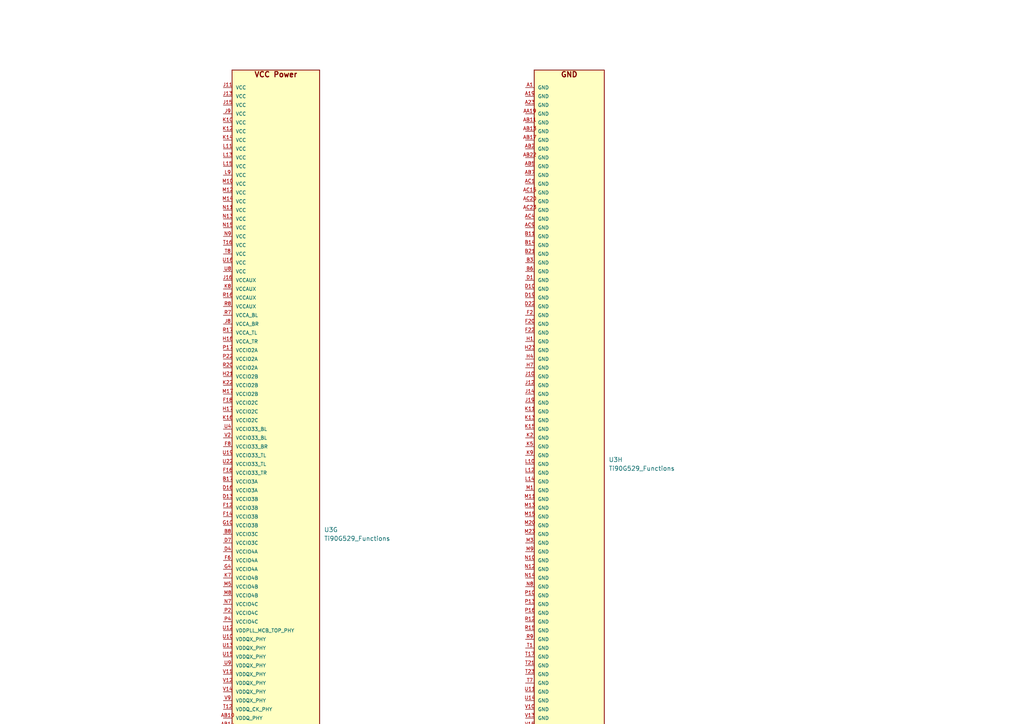
<source format=kicad_sch>
(kicad_sch (version 20250114) (generator "eeschema") (generator_version "9.0")
  (paper "A4")
  (lib_symbols
    (symbol "Ti90G529_Functions:Ti90G529_Functions" (pin_names (offset 1.016))
      (property "Reference" "U" (at 0 1.27 0))
      (property "Value" "Ti90G529_Functions" (at 0 -1.27 0))
      (symbol "Ti90G529_Functions_1_1"
        (rectangle (start 0 63.5) (end 30.48 -63.5) (stroke (width 0.254)) (fill (type background)))
        (text "FT601 Interface" (at 15.24 62.23 0) (effects (font (size 1.524 1.524) (bold yes))))
        (pin bidirectional line (at -2.54 58.42 0) (length 2.54) (name "ftdi_data[0]") (number "F9"))
        (pin bidirectional line (at -2.54 55.88 0) (length 2.54) (name "ftdi_data[1]") (number "A5"))
        (pin bidirectional line (at -2.54 53.34 0) (length 2.54) (name "ftdi_data[2]") (number "E6"))
        (pin bidirectional line (at -2.54 50.8 0) (length 2.54) (name "ftdi_data[3]") (number "B7"))
        (pin bidirectional line (at -2.54 48.26 0) (length 2.54) (name "ftdi_data[4]") (number "C7"))
        (pin bidirectional line (at -2.54 45.72 0) (length 2.54) (name "ftdi_data[5]") (number "E8"))
        (pin bidirectional line (at -2.54 43.18 0) (length 2.54) (name "ftdi_data[6]") (number "A8"))
        (pin bidirectional line (at -2.54 40.64 0) (length 2.54) (name "ftdi_data[7]") (number "C9"))
        (pin bidirectional line (at -2.54 38.1 0) (length 2.54) (name "ftdi_data[8]") (number "E9"))
        (pin bidirectional line (at -2.54 35.56 0) (length 2.54) (name "ftdi_data[9]") (number "E10"))
        (pin bidirectional line (at -2.54 33.02 0) (length 2.54) (name "ftdi_data[10]") (number "C10"))
        (pin bidirectional line (at -2.54 30.48 0) (length 2.54) (name "ftdi_data[11]") (number "H11"))
        (pin bidirectional line (at -2.54 27.94 0) (length 2.54) (name "ftdi_data[12]") (number "A10"))
        (pin bidirectional line (at -2.54 25.4 0) (length 2.54) (name "ftdi_data[13]") (number "C11"))
        (pin bidirectional line (at -2.54 22.86 0) (length 2.54) (name "ftdi_data[14]") (number "G11"))
        (pin bidirectional line (at -2.54 20.32 0) (length 2.54) (name "ftdi_data[15]") (number "B12"))
        (pin bidirectional line (at -2.54 17.78 0) (length 2.54) (name "ftdi_data[16]") (number "E11"))
        (pin bidirectional line (at -2.54 15.24 0) (length 2.54) (name "ftdi_data[17]") (number "G12"))
        (pin bidirectional line (at -2.54 12.7 0) (length 2.54) (name "ftdi_data[18]") (number "D12"))
        (pin bidirectional line (at -2.54 10.16 0) (length 2.54) (name "ftdi_data[19]") (number "A13"))
        (pin bidirectional line (at -2.54 7.62 0) (length 2.54) (name "ftdi_data[20]") (number "H13"))
        (pin bidirectional line (at -2.54 5.08 0) (length 2.54) (name "ftdi_data[21]") (number "B13"))
        (pin bidirectional line (at -2.54 2.54 0) (length 2.54) (name "ftdi_data[22]") (number "F13"))
        (pin bidirectional line (at -2.54 0 0) (length 2.54) (name "ftdi_data[23]") (number "G14"))
        (pin bidirectional line (at -2.54 -2.54 0) (length 2.54) (name "ftdi_data[24]") (number "E14"))
        (pin bidirectional line (at -2.54 -5.08 0) (length 2.54) (name "ftdi_data[25]") (number "B15"))
        (pin bidirectional line (at -2.54 -7.62 0) (length 2.54) (name "ftdi_data[26]") (number "C15"))
        (pin bidirectional line (at -2.54 -10.16 0) (length 2.54) (name "ftdi_data[27]") (number "A16"))
        (pin bidirectional line (at -2.54 -12.7 0) (length 2.54) (name "ftdi_data[28]") (number "A17"))
        (pin bidirectional line (at -2.54 -15.24 0) (length 2.54) (name "ftdi_data[29]") (number "C16"))
        (pin bidirectional line (at -2.54 -17.78 0) (length 2.54) (name "ftdi_data[30]") (number "B18"))
        (pin bidirectional line (at -2.54 -20.32 0) (length 2.54) (name "ftdi_data[31]") (number "A21"))
        (pin bidirectional line (at -2.54 -22.86 0) (length 2.54) (name "ftdi_be[0]") (number "D17"))
        (pin bidirectional line (at -2.54 -25.4 0) (length 2.54) (name "ftdi_be[1]") (number "C19"))
        (pin bidirectional line (at -2.54 -27.94 0) (length 2.54) (name "ftdi_be[2]") (number "C20"))
        (pin bidirectional line (at -2.54 -30.48 0) (length 2.54) (name "ftdi_be[3]") (number "E17"))
        (pin input line (at -2.54 -33.02 0) (length 2.54) (name "ftdi_clk") (number "F15"))
        (pin output line (at -2.54 -35.56 0) (length 2.54) (name "ftdi_oe_n") (number "H15"))
        (pin output line (at -2.54 -38.1 0) (length 2.54) (name "ftdi_rd_n") (number "E16"))
        (pin output line (at -2.54 -40.64 0) (length 2.54) (name "ftdi_wr_n") (number "G16"))
        (pin input line (at -2.54 -43.18 0) (length 2.54) (name "ftdi_rxf_n") (number "G15"))
        (pin input line (at -2.54 -45.72 0) (length 2.54) (name "ftdi_txe_n") (number "E15"))
        (pin output line (at -2.54 -48.26 0) (length 2.54) (name "ftdi_resetn") (number "G9"))
        (pin output line (at -2.54 -50.8 0) (length 2.54) (name "ftdi_siwu") (number "G8"))
        (pin output line (at -2.54 -53.34 0) (length 2.54) (name "ftdi_wakeupn") (number "F7"))
        (pin output line (at -2.54 -55.88 0) (length 2.54) (name "ftdi_gpio0") (number "H8"))
        (pin output line (at -2.54 -58.42 0) (length 2.54) (name "ftdi_gpio1") (number "G7"))
      )
      (symbol "Ti90G529_Functions_2_1"
        (rectangle (start 0 69.85) (end 30.48 -69.85) (stroke (width 0.254)) (fill (type background)))
        (text "ADC 1/2 LVDS" (at 15.24 68.58 0) (effects (font (size 1.524 1.524) (bold yes))))
        (pin input line (at 33.02 64.77 180) (length 2.54) (name "lvds_rx1_1") (number "E21"))
        (pin input line (at 33.02 62.23 180) (length 2.54) (name "lvds_rx1_1_N") (number "E20"))
        (pin input line (at 33.02 59.69 180) (length 2.54) (name "lvds_rx1_2") (number "R23"))
        (pin input line (at 33.02 57.15 180) (length 2.54) (name "lvds_rx1_2_N") (number "P23"))
        (pin input line (at 33.02 54.61 180) (length 2.54) (name "lvds_rx1_3") (number "R18"))
        (pin input line (at 33.02 52.07 180) (length 2.54) (name "lvds_rx1_3_N") (number "R19"))
        (pin input line (at 33.02 49.53 180) (length 2.54) (name "lvds_rx1_4") (number "P21"))
        (pin input line (at 33.02 46.99 180) (length 2.54) (name "lvds_rx1_4_N") (number "P20"))
        (pin input line (at 33.02 44.45 180) (length 2.54) (name "lvds_rx1_5") (number "N22"))
        (pin input line (at 33.02 41.91 180) (length 2.54) (name "lvds_rx1_5_N") (number "N23"))
        (pin input line (at 33.02 39.37 180) (length 2.54) (name "lvds_rx1_6") (number "P18"))
        (pin input line (at 33.02 36.83 180) (length 2.54) (name "lvds_rx1_6_N") (number "P19"))
        (pin input line (at 33.02 34.29 180) (length 2.54) (name "lvds_rx1_7") (number "L23"))
        (pin input line (at 33.02 31.75 180) (length 2.54) (name "lvds_rx1_7_N") (number "L22"))
        (pin input line (at 33.02 29.21 180) (length 2.54) (name "lvds_rx1_8") (number "N20"))
        (pin input line (at 33.02 26.67 180) (length 2.54) (name "lvds_rx1_8_N") (number "N21"))
        (pin input line (at 33.02 24.13 180) (length 2.54) (name "lvds_rx1_9") (number "N16"))
        (pin input line (at 33.02 21.59 180) (length 2.54) (name "lvds_rx1_9_N") (number "N17"))
        (pin input line (at 33.02 19.05 180) (length 2.54) (name "lvds_rx1_10") (number "N19"))
        (pin input line (at 33.02 16.51 180) (length 2.54) (name "lvds_rx1_10_N") (number "N18"))
        (pin input line (at 33.02 13.97 180) (length 2.54) (name "lvds_rx1_11") (number "M21"))
        (pin input line (at 33.02 11.43 180) (length 2.54) (name "lvds_rx1_11_N") (number "M22"))
        (pin input line (at 33.02 8.89 180) (length 2.54) (name "lvds_rx1_12") (number "G22"))
        (pin input line (at 33.02 6.35 180) (length 2.54) (name "lvds_rx1_12_N") (number "H22"))
        (pin input line (at 33.02 3.81 180) (length 2.54) (name "lvds_rx1_13") (number "M19"))
        (pin input line (at 33.02 1.27 180) (length 2.54) (name "lvds_rx1_13_N") (number "M18"))
        (pin input line (at 33.02 -1.27 180) (length 2.54) (name "lvds_rx2_1") (number "L21"))
        (pin input line (at 33.02 -3.81 180) (length 2.54) (name "lvds_rx2_1_N") (number "K21"))
        (pin input line (at 33.02 -6.35 180) (length 2.54) (name "lvds_rx2_2") (number "F23"))
        (pin input line (at 33.02 -8.89 180) (length 2.54) (name "lvds_rx2_2_N") (number "G23"))
        (pin input line (at 33.02 -11.43 180) (length 2.54) (name "lvds_rx2_3") (number "L16"))
        (pin input line (at 33.02 -13.97 180) (length 2.54) (name "lvds_rx2_3_N") (number "M16"))
        (pin input line (at 33.02 -16.51 180) (length 2.54) (name "lvds_rx2_4") (number "E23"))
        (pin input line (at 33.02 -19.05 180) (length 2.54) (name "lvds_rx2_4_N") (number "E22"))
        (pin input line (at 33.02 -21.59 180) (length 2.54) (name "lvds_rx2_5") (number "J20"))
        (pin input line (at 33.02 -24.13 180) (length 2.54) (name "lvds_rx2_5_N") (number "J21"))
        (pin input line (at 33.02 -26.67 180) (length 2.54) (name "lvds_rx2_6") (number "L18"))
        (pin input line (at 33.02 -29.21 180) (length 2.54) (name "lvds_rx2_6_N") (number "L17"))
        (pin input line (at 33.02 -31.75 180) (length 2.54) (name "lvds_rx2_7") (number "G21"))
        (pin input line (at 33.02 -34.29 180) (length 2.54) (name "lvds_rx2_7_N") (number "F21"))
        (pin input line (at 33.02 -36.83 180) (length 2.54) (name "lvds_rx2_8") (number "K20"))
        (pin input line (at 33.02 -39.37 180) (length 2.54) (name "lvds_rx2_8_N") (number "K19"))
        (pin input line (at 33.02 -41.91 180) (length 2.54) (name "lvds_rx2_9") (number "L20"))
        (pin input line (at 33.02 -44.45 180) (length 2.54) (name "lvds_rx2_9_N") (number "L19"))
        (pin input line (at 33.02 -46.99 180) (length 2.54) (name "lvds_rx2_10") (number "J18"))
        (pin input line (at 33.02 -49.53 180) (length 2.54) (name "lvds_rx2_10_N") (number "J17"))
        (pin input line (at 33.02 -52.07 180) (length 2.54) (name "lvds_rx2_11") (number "B23"))
        (pin input line (at 33.02 -54.61 180) (length 2.54) (name "lvds_rx2_11_N") (number "B22"))
        (pin input line (at 33.02 -57.15 180) (length 2.54) (name "lvds_rx2_12") (number "K18"))
        (pin input line (at 33.02 -59.69 180) (length 2.54) (name "lvds_rx2_12_N") (number "K17"))
        (pin input line (at 33.02 -62.23 180) (length 2.54) (name "lvds_rx2_13") (number "H20"))
        (pin input line (at 33.02 -64.77 180) (length 2.54) (name "lvds_rx2_13_N") (number "G20"))
      )
      (symbol "Ti90G529_Functions_3_1"
        (rectangle (start 0 69.85) (end 30.48 -69.85) (stroke (width 0.254)) (fill (type background)))
        (text "ADC 3/4 LVDS" (at 15.24 68.58 0) (effects (font (size 1.524 1.524) (bold yes))))
        (pin input line (at 33.02 64.77 180) (length 2.54) (name "lvds_rx3_1") (number "C3"))
        (pin input line (at 33.02 62.23 180) (length 2.54) (name "lvds_rx3_1_N") (number "C2"))
        (pin input line (at 33.02 59.69 180) (length 2.54) (name "lvds_rx3_2") (number "R2"))
        (pin input line (at 33.02 57.15 180) (length 2.54) (name "lvds_rx3_2_N") (number "R3"))
        (pin input line (at 33.02 54.61 180) (length 2.54) (name "lvds_rx3_3") (number "P8"))
        (pin input line (at 33.02 52.07 180) (length 2.54) (name "lvds_rx3_3_N") (number "P7"))
        (pin input line (at 33.02 49.53 180) (length 2.54) (name "lvds_rx3_4") (number "P1"))
        (pin input line (at 33.02 46.99 180) (length 2.54) (name "lvds_rx3_4_N") (number "R1"))
        (pin input line (at 33.02 44.45 180) (length 2.54) (name "lvds_rx3_5") (number "P5"))
        (pin input line (at 33.02 41.91 180) (length 2.54) (name "lvds_rx3_5_N") (number "P6"))
        (pin input line (at 33.02 39.37 180) (length 2.54) (name "lvds_rx3_6") (number "N5"))
        (pin input line (at 33.02 36.83 180) (length 2.54) (name "lvds_rx3_6_N") (number "N6"))
        (pin input line (at 33.02 34.29 180) (length 2.54) (name "lvds_rx3_7") (number "N3"))
        (pin input line (at 33.02 31.75 180) (length 2.54) (name "lvds_rx3_7_N") (number "P3"))
        (pin input line (at 33.02 29.21 180) (length 2.54) (name "lvds_rx3_8") (number "N1"))
        (pin input line (at 33.02 26.67 180) (length 2.54) (name "lvds_rx3_8_N") (number "N2"))
        (pin input line (at 33.02 24.13 180) (length 2.54) (name "lvds_rx3_9") (number "N4"))
        (pin input line (at 33.02 21.59 180) (length 2.54) (name "lvds_rx3_9_N") (number "M4"))
        (pin input line (at 33.02 19.05 180) (length 2.54) (name "lvds_rx3_10") (number "L2"))
        (pin input line (at 33.02 16.51 180) (length 2.54) (name "lvds_rx3_10_N") (number "M2"))
        (pin input line (at 33.02 13.97 180) (length 2.54) (name "lvds_rx3_11") (number "K1"))
        (pin input line (at 33.02 11.43 180) (length 2.54) (name "lvds_rx3_11_N") (number "L1"))
        (pin input line (at 33.02 8.89 180) (length 2.54) (name "lvds_rx3_12") (number "E1"))
        (pin input line (at 33.02 6.35 180) (length 2.54) (name "lvds_rx3_12_N") (number "F1"))
        (pin input line (at 33.02 3.81 180) (length 2.54) (name "lvds_rx3_13") (number "M6"))
        (pin input line (at 33.02 1.27 180) (length 2.54) (name "lvds_rx3_13_N") (number "M7"))
        (pin input line (at 33.02 -1.27 180) (length 2.54) (name "lvds_rx4_1") (number "L3"))
        (pin input line (at 33.02 -3.81 180) (length 2.54) (name "lvds_rx4_1_N") (number "K3"))
        (pin input line (at 33.02 -6.35 180) (length 2.54) (name "lvds_rx4_2") (number "J3"))
        (pin input line (at 33.02 -8.89 180) (length 2.54) (name "lvds_rx4_2_N") (number "J2"))
        (pin input line (at 33.02 -11.43 180) (length 2.54) (name "lvds_rx4_3") (number "L4"))
        (pin input line (at 33.02 -13.97 180) (length 2.54) (name "lvds_rx4_3_N") (number "L5"))
        (pin input line (at 33.02 -16.51 180) (length 2.54) (name "lvds_rx4_4") (number "H2"))
        (pin input line (at 33.02 -19.05 180) (length 2.54) (name "lvds_rx4_4_N") (number "H3"))
        (pin input line (at 33.02 -21.59 180) (length 2.54) (name "lvds_rx4_5") (number "F3"))
        (pin input line (at 33.02 -24.13 180) (length 2.54) (name "lvds_rx4_5_N") (number "G3"))
        (pin input line (at 33.02 -26.67 180) (length 2.54) (name "lvds_rx4_6") (number "L7"))
        (pin input line (at 33.02 -29.21 180) (length 2.54) (name "lvds_rx4_6_N") (number "L8"))
        (pin input line (at 33.02 -31.75 180) (length 2.54) (name "lvds_rx4_7") (number "K4"))
        (pin input line (at 33.02 -34.29 180) (length 2.54) (name "lvds_rx4_7_N") (number "J4"))
        (pin input line (at 33.02 -36.83 180) (length 2.54) (name "lvds_rx4_8") (number "H5"))
        (pin input line (at 33.02 -39.37 180) (length 2.54) (name "lvds_rx4_8_N") (number "J5"))
        (pin input line (at 33.02 -41.91 180) (length 2.54) (name "lvds_rx4_9") (number "K6"))
        (pin input line (at 33.02 -44.45 180) (length 2.54) (name "lvds_rx4_9_N") (number "L6"))
        (pin input line (at 33.02 -46.99 180) (length 2.54) (name "lvds_rx4_10") (number "J7"))
        (pin input line (at 33.02 -49.53 180) (length 2.54) (name "lvds_rx4_10_N") (number "J6"))
        (pin input line (at 33.02 -52.07 180) (length 2.54) (name "lvds_rx4_11") (number "B1"))
        (pin input line (at 33.02 -54.61 180) (length 2.54) (name "lvds_rx4_11_N") (number "C1"))
        (pin input line (at 33.02 -57.15 180) (length 2.54) (name "lvds_rx4_12") (number "E4"))
        (pin input line (at 33.02 -59.69 180) (length 2.54) (name "lvds_rx4_12_N") (number "F4"))
        (pin input line (at 33.02 -62.23 180) (length 2.54) (name "lvds_rx4_13") (number "D2"))
        (pin input line (at 33.02 -64.77 180) (length 2.54) (name "lvds_rx4_13_N") (number "D3"))
      )
      (symbol "Ti90G529_Functions_4_1"
        (rectangle (start 0 80.01) (end 25.4 -80.01) (stroke (width 0.254)) (fill (type background)))
        (text "DDR4 Interface" (at 12.7 78.74 0) (effects (font (size 1.524 1.524) (bold yes))))
        (pin output line (at -2.54 74.93 0) (length 2.54) (name "DDR_CS_N[0]") (number "Y15"))
        (pin output line (at -2.54 72.39 0) (length 2.54) (name "DDR_CS_N[1]") (number "W16"))
        (pin output line (at -2.54 69.85 0) (length 2.54) (name "DDR_CS_N[2]") (number "W17"))
        (pin output line (at -2.54 67.31 0) (length 2.54) (name "DDR_CS_N[3]") (number "Y17"))
        (pin output line (at -2.54 64.77 0) (length 2.54) (name "DDR_CKE[0]") (number "AA12"))
        (pin output line (at -2.54 62.23 0) (length 2.54) (name "DDR_CKE[1]") (number "AA13"))
        (pin output line (at -2.54 59.69 0) (length 2.54) (name "DDR_CK") (number "AC12"))
        (pin output line (at -2.54 57.15 0) (length 2.54) (name "DDR_CK_N") (number "AB12"))
        (pin output line (at -2.54 54.61 0) (length 2.54) (name "DDR_RST_N") (number "AC13"))
        (pin output line (at -2.54 52.07 0) (length 2.54) (name "DDR_A[0]") (number "AC11"))
        (pin output line (at -2.54 49.53 0) (length 2.54) (name "DDR_A[1]") (number "AA11"))
        (pin output line (at -2.54 46.99 0) (length 2.54) (name "DDR_A[2]") (number "Y9"))
        (pin output line (at -2.54 44.45 0) (length 2.54) (name "DDR_A[3]") (number "W9"))
        (pin output line (at -2.54 41.91 0) (length 2.54) (name "DDR_A[4]") (number "W8"))
        (pin output line (at -2.54 39.37 0) (length 2.54) (name "DDR_A[5]") (number "Y7"))
        (pin output line (at -2.54 36.83 0) (length 2.54) (name "DDR_CAL") (number "V8"))
        (pin bidirectional line (at -2.54 34.29 0) (length 2.54) (name "DDR_DQ[0]") (number "AA22"))
        (pin bidirectional line (at -2.54 31.75 0) (length 2.54) (name "DDR_DQ[1]") (number "AA23"))
        (pin bidirectional line (at -2.54 29.21 0) (length 2.54) (name "DDR_DQ[2]") (number "AA20"))
        (pin bidirectional line (at -2.54 26.67 0) (length 2.54) (name "DDR_DQ[3]") (number "AC19"))
        (pin bidirectional line (at -2.54 24.13 0) (length 2.54) (name "DDR_DQ[4]") (number "AB20"))
        (pin bidirectional line (at -2.54 21.59 0) (length 2.54) (name "DDR_DQ[5]") (number "AB19"))
        (pin bidirectional line (at -2.54 19.05 0) (length 2.54) (name "DDR_DQ[6]") (number "AC22"))
        (pin bidirectional line (at -2.54 16.51 0) (length 2.54) (name "DDR_DQ[7]") (number "AA21"))
        (pin bidirectional line (at -2.54 13.97 0) (length 2.54) (name "DDR_DQS[0]") (number "AB21"))
        (pin bidirectional line (at -2.54 11.43 0) (length 2.54) (name "DDR_DQS_N[0]") (number "AC21"))
        (pin bidirectional line (at -2.54 8.89 0) (length 2.54) (name "DDR_DM[0]") (number "AB23"))
        (pin bidirectional line (at -2.54 6.35 0) (length 2.54) (name "DDR_DQ[8]") (number "AA17"))
        (pin bidirectional line (at -2.54 3.81 0) (length 2.54) (name "DDR_DQ[9]") (number "AC17"))
        (pin bidirectional line (at -2.54 1.27 0) (length 2.54) (name "DDR_DQ[10]") (number "AA18"))
        (pin bidirectional line (at -2.54 -1.27 0) (length 2.54) (name "DDR_DQ[11]") (number "AC18"))
        (pin bidirectional line (at -2.54 -3.81 0) (length 2.54) (name "DDR_DQ[12]") (number "AB15"))
        (pin bidirectional line (at -2.54 -6.35 0) (length 2.54) (name "DDR_DQ[13]") (number "AA15"))
        (pin bidirectional line (at -2.54 -8.89 0) (length 2.54) (name "DDR_DQ[14]") (number "AC14"))
        (pin bidirectional line (at -2.54 -11.43 0) (length 2.54) (name "DDR_DQ[15]") (number "AA14"))
        (pin bidirectional line (at -2.54 -13.97 0) (length 2.54) (name "DDR_DQS[1]") (number "AB16"))
        (pin bidirectional line (at -2.54 -16.51 0) (length 2.54) (name "DDR_DQS_N[1]") (number "AC16"))
        (pin bidirectional line (at -2.54 -19.05 0) (length 2.54) (name "DDR_DM[1]") (number "AA16"))
        (pin bidirectional line (at -2.54 -21.59 0) (length 2.54) (name "DDR_DQ[16]") (number "AB9"))
        (pin bidirectional line (at -2.54 -24.13 0) (length 2.54) (name "DDR_DQ[17]") (number "AA9"))
        (pin bidirectional line (at -2.54 -26.67 0) (length 2.54) (name "DDR_DQ[18]") (number "AC10"))
        (pin bidirectional line (at -2.54 -29.21 0) (length 2.54) (name "DDR_DQ[19]") (number "AA10"))
        (pin bidirectional line (at -2.54 -31.75 0) (length 2.54) (name "DDR_DQ[20]") (number "AC7"))
        (pin bidirectional line (at -2.54 -34.29 0) (length 2.54) (name "DDR_DQ[21]") (number "AA7"))
        (pin bidirectional line (at -2.54 -36.83 0) (length 2.54) (name "DDR_DQ[22]") (number "AC6"))
        (pin bidirectional line (at -2.54 -39.37 0) (length 2.54) (name "DDR_DQ[23]") (number "AA6"))
        (pin bidirectional line (at -2.54 -41.91 0) (length 2.54) (name "DDR_DQS[2]") (number "AB8"))
        (pin bidirectional line (at -2.54 -44.45 0) (length 2.54) (name "DDR_DQS_N[2]") (number "AC8"))
        (pin bidirectional line (at -2.54 -46.99 0) (length 2.54) (name "DDR_DM[2]") (number "AA8"))
        (pin bidirectional line (at -2.54 -49.53 0) (length 2.54) (name "DDR_DQ[24]") (number "AB4"))
        (pin bidirectional line (at -2.54 -52.07 0) (length 2.54) (name "DDR_DQ[25]") (number "AA4"))
        (pin bidirectional line (at -2.54 -54.61 0) (length 2.54) (name "DDR_DQ[26]") (number "AC5"))
        (pin bidirectional line (at -2.54 -57.15 0) (length 2.54) (name "DDR_DQ[27]") (number "AA5"))
        (pin bidirectional line (at -2.54 -59.69 0) (length 2.54) (name "DDR_DQ[28]") (number "AB1"))
        (pin bidirectional line (at -2.54 -62.23 0) (length 2.54) (name "DDR_DQ[29]") (number "AA1"))
        (pin bidirectional line (at -2.54 -64.77 0) (length 2.54) (name "DDR_DQ[30]") (number "AA2"))
        (pin bidirectional line (at -2.54 -67.31 0) (length 2.54) (name "DDR_DQ[31]") (number "AC2"))
        (pin bidirectional line (at -2.54 -69.85 0) (length 2.54) (name "DDR_DQS[3]") (number "AB3"))
        (pin bidirectional line (at -2.54 -72.39 0) (length 2.54) (name "DDR_DQS_N[3]") (number "AC3"))
        (pin bidirectional line (at -2.54 -74.93 0) (length 2.54) (name "DDR_DM[3]") (number "AA3"))
      )
      (symbol "Ti90G529_Functions_5_1"
        (rectangle (start 0 109.22) (end 25.4 -109.22) (stroke (width 0.254)) (fill (type background)))
        (text "Misc I/O" (at 12.7 107.95 0) (effects (font (size 1.524 1.524) (bold yes))))
        (pin output line (at -2.54 104.14 0) (length 2.54) (name "LED[0]") (number "U1"))
        (pin output line (at -2.54 101.6 0) (length 2.54) (name "LED[1]") (number "W1"))
        (pin output line (at -2.54 99.06 0) (length 2.54) (name "LED[2]") (number "V3"))
        (pin output line (at -2.54 96.52 0) (length 2.54) (name "LED[3]") (number "W3"))
        (pin output line (at -2.54 93.98 0) (length 2.54) (name "adc_clkout") (number "U17"))
        (pin output line (at -2.54 91.44 0) (length 2.54) (name "auxout") (number "G19"))
        (pin input line (at -2.54 88.9 0) (length 2.54) (name "boardin[0]") (number "C13"))
        (pin input line (at -2.54 86.36 0) (length 2.54) (name "boardin[1]") (number "E13"))
        (pin input line (at -2.54 83.82 0) (length 2.54) (name "boardin[2]") (number "H14"))
        (pin input line (at -2.54 81.28 0) (length 2.54) (name "boardin[3]") (number "D14"))
        (pin input line (at -2.54 78.74 0) (length 2.54) (name "boardin[4]") (number "A7"))
        (pin input line (at -2.54 76.2 0) (length 2.54) (name "boardin[5]") (number "B19"))
        (pin input line (at -2.54 73.66 0) (length 2.54) (name "boardin[6]") (number "B20"))
        (pin input line (at -2.54 71.12 0) (length 2.54) (name "boardin[7]") (number "H9"))
        (pin output line (at -2.54 68.58 0) (length 2.54) (name "boardout[0]") (number "D11"))
        (pin output line (at -2.54 66.04 0) (length 2.54) (name "boardout[1]") (number "F11"))
        (pin output line (at -2.54 63.5 0) (length 2.54) (name "boardout[2]") (number "A12"))
        (pin output line (at -2.54 60.96 0) (length 2.54) (name "boardout[3]") (number "E12"))
        (pin output line (at -2.54 58.42 0) (length 2.54) (name "boardout[4]") (number "H12"))
        (pin output line (at -2.54 55.88 0) (length 2.54) (name "boardout[5]") (number "C12"))
        (pin output line (at -2.54 53.34 0) (length 2.54) (name "boardout[6]") (number "A14"))
        (pin output line (at -2.54 50.8 0) (length 2.54) (name "boardout[7]") (number "G13"))
        (pin input line (at -2.54 48.26 0) (length 2.54) (name "ddr_pllin") (number "U18"))
        (pin output line (at -2.54 45.72 0) (length 2.54) (name "debugout[0]") (number "C8"))
        (pin output line (at -2.54 43.18 0) (length 2.54) (name "debugout[10]") (number "H10"))
        (pin output line (at -2.54 40.64 0) (length 2.54) (name "debugout[11]") (number "A11"))
        (pin output line (at -2.54 38.1 0) (length 2.54) (name "debugout[1]") (number "D8"))
        (pin output line (at -2.54 35.56 0) (length 2.54) (name "debugout[2]") (number "A9"))
        (pin output line (at -2.54 33.02 0) (length 2.54) (name "debugout[3]") (number "B9"))
        (pin output line (at -2.54 30.48 0) (length 2.54) (name "debugout[4]") (number "D9"))
        (pin output line (at -2.54 27.94 0) (length 2.54) (name "debugout[5]") (number "C6"))
        (pin output line (at -2.54 25.4 0) (length 2.54) (name "debugout[6]") (number "A6"))
        (pin output line (at -2.54 22.86 0) (length 2.54) (name "debugout[7]") (number "E7"))
        (pin output line (at -2.54 20.32 0) (length 2.54) (name "debugout[8]") (number "F10"))
        (pin output line (at -2.54 17.78 0) (length 2.54) (name "debugout[9]") (number "B10"))
        (pin input line (at -2.54 15.24 0) (length 2.54) (name "ext_clkin") (number "C5"))
        (pin input line (at -2.54 12.7 0) (length 2.54) (name "exttrigin") (number "F5"))
        (pin output line (at -2.54 10.16 0) (length 2.54) (name "fan_out") (number "W2"))
        (pin input line (at -2.54 7.62 0) (length 2.54) (name "lockinfo[0]") (number "C17"))
        (pin input line (at -2.54 5.08 0) (length 2.54) (name "lockinfo[1]") (number "C18"))
        (pin input line (at -2.54 2.54 0) (length 2.54) (name "lockinfo[2]") (number "A20"))
        (pin input line (at -2.54 0 0) (length 2.54) (name "lockinfo[3]") (number "D18"))
        (pin input line (at -2.54 -2.54 0) (length 2.54) (name "lvds_rx_bottom_clkin3") (number "R4"))
        (pin input line (at -2.54 -5.08 0) (length 2.54) (name "lvds_rx_bottom_clkin3_N") (number "R5"))
        (pin input line (at -2.54 -7.62 0) (length 2.54) (name "lvds_rx_bottom_clkin4") (number "G1"))
        (pin input line (at -2.54 -10.16 0) (length 2.54) (name "lvds_rx_bottom_clkin4_N") (number "G2"))
        (pin input line (at -2.54 -12.7 0) (length 2.54) (name "lvds_rx_top_clkin1") (number "J22"))
        (pin input line (at -2.54 -15.24 0) (length 2.54) (name "lvds_rx_top_clkin1_N") (number "J23"))
        (pin input line (at -2.54 -17.78 0) (length 2.54) (name "lvds_rx_top_clkin2") (number "R22"))
        (pin input line (at -2.54 -20.32 0) (length 2.54) (name "lvds_rx_top_clkin2_N") (number "R21"))
        (pin input line (at -2.54 -22.86 0) (length 2.54) (name "lvdsin_clk") (number "E2"))
        (pin input line (at -2.54 -25.4 0) (length 2.54) (name "lvdsin_clk_N") (number "E3"))
        (pin input line (at -2.54 -27.94 0) (length 2.54) (name "lvdsin_spare") (number "G6"))
        (pin input line (at -2.54 -30.48 0) (length 2.54) (name "lvdsin_spare_N") (number "H6"))
        (pin input line (at -2.54 -33.02 0) (length 2.54) (name "lvdsin_trig") (number "B2"))
        (pin input line (at -2.54 -35.56 0) (length 2.54) (name "lvdsin_trig_N") (number "A2"))
        (pin input line (at -2.54 -38.1 0) (length 2.54) (name "lvdsin_trig_b") (number "D5"))
        (pin input line (at -2.54 -40.64 0) (length 2.54) (name "lvdsin_trig_b_N") (number "E5"))
        (pin output line (at -2.54 -43.18 0) (length 2.54) (name "lvdsout_clk") (number "F19"))
        (pin output line (at -2.54 -45.72 0) (length 2.54) (name "lvdsout_clk_N") (number "E19"))
        (pin output line (at -2.54 -48.26 0) (length 2.54) (name "lvdsout_spare") (number "H19"))
        (pin output line (at -2.54 -50.8 0) (length 2.54) (name "lvdsout_spare_N") (number "H18"))
        (pin output line (at -2.54 -53.34 0) (length 2.54) (name "lvdsout_trig") (number "C21"))
        (pin output line (at -2.54 -55.88 0) (length 2.54) (name "lvdsout_trig_N") (number "C22"))
        (pin output line (at -2.54 -58.42 0) (length 2.54) (name "lvdsout_trig_b") (number "D21"))
        (pin output line (at -2.54 -60.96 0) (length 2.54) (name "lvdsout_trig_b_N") (number "D20"))
        (pin input line (at -2.54 -63.5 0) (length 2.54) (name "main_pllin") (number "W4"))
        (pin output line (at -2.54 -66.04 0) (length 2.54) (name "neo_led") (number "V4"))
        (pin input line (at -2.54 -68.58 0) (length 2.54) (name "overrange[0]") (number "A15"))
        (pin input line (at -2.54 -71.12 0) (length 2.54) (name "overrange[1]") (number "D15"))
        (pin input line (at -2.54 -73.66 0) (length 2.54) (name "overrange[2]") (number "B16"))
        (pin input line (at -2.54 -76.2 0) (length 2.54) (name "overrange[3]") (number "A18"))
        (pin output line (at -2.54 -78.74 0) (length 2.54) (name "spi_clk") (number "V18"))
        (pin input line (at -2.54 -81.28 0) (length 2.54) (name "spi_miso") (number "T20"))
        (pin output line (at -2.54 -83.82 0) (length 2.54) (name "spi_mosi") (number "T19"))
        (pin output line (at -2.54 -86.36 0) (length 2.54) (name "spics[0]") (number "V19"))
        (pin output line (at -2.54 -88.9 0) (length 2.54) (name "spics[1]") (number "T18"))
        (pin output line (at -2.54 -91.44 0) (length 2.54) (name "spics[2]") (number "U20"))
        (pin output line (at -2.54 -93.98 0) (length 2.54) (name "spics[3]") (number "V23"))
        (pin output line (at -2.54 -96.52 0) (length 2.54) (name "spics[4]") (number "V21"))
        (pin output line (at -2.54 -99.06 0) (length 2.54) (name "spics[5]") (number "V22"))
        (pin output line (at -2.54 -101.6 0) (length 2.54) (name "spics[6]") (number "U21"))
        (pin output line (at -2.54 -104.14 0) (length 2.54) (name "spics[7]") (number "V20"))
      )
      (symbol "Ti90G529_Functions_6_1"
        (rectangle (start 0 22.86) (end 20.32 -22.86) (stroke (width 0.254)) (fill (type background)))
        (text "CONFIG/JTAG" (at 10.16 21.59 0) (effects (font (size 1.524 1.524) (bold yes))))
        (pin output line (at -2.54 17.78 0) (length 2.54) (name "CDONE") (number "T6"))
        (pin input line (at -2.54 15.24 0) (length 2.54) (name "CRESET_N") (number "R6"))
        (pin passive line (at -2.54 12.7 0) (length 2.54) (name "REF_RES_2A") (number "T22"))
        (pin passive line (at -2.54 10.16 0) (length 2.54) (name "REF_RES_2B") (number "K23"))
        (pin passive line (at -2.54 7.62 0) (length 2.54) (name "REF_RES_2C") (number "A22"))
        (pin passive line (at -2.54 5.08 0) (length 2.54) (name "REF_RES_3A") (number "E18"))
        (pin passive line (at -2.54 2.54 0) (length 2.54) (name "REF_RES_3B") (number "C14"))
        (pin passive line (at -2.54 0 0) (length 2.54) (name "REF_RES_3C") (number "D6"))
        (pin passive line (at -2.54 -2.54 0) (length 2.54) (name "REF_RES_4A") (number "B5"))
        (pin passive line (at -2.54 -5.08 0) (length 2.54) (name "REF_RES_4B") (number "J1"))
        (pin passive line (at -2.54 -7.62 0) (length 2.54) (name "REF_RES_4C") (number "T2"))
        (pin input line (at -2.54 -10.16 0) (length 2.54) (name "TCK") (number "U5"))
        (pin input line (at -2.54 -12.7 0) (length 2.54) (name "TDI") (number "U6"))
        (pin output line (at -2.54 -15.24 0) (length 2.54) (name "TDO") (number "T4"))
        (pin input line (at -2.54 -17.78 0) (length 2.54) (name "TMS") (number "T5"))
      )
      (symbol "Ti90G529_Functions_7_1"
        (rectangle (start 0 134.62) (end 25.4 -134.62) (stroke (width 0.254)) (fill (type background)))
        (text "VCC Power" (at 12.7 133.35 0) (effects (font (size 1.524 1.524) (bold yes))))
        (pin power_in line (at -2.54 129.54 0) (length 2.54) (name "VCC") (number "J11"))
        (pin power_in line (at -2.54 127 0) (length 2.54) (name "VCC") (number "J13"))
        (pin power_in line (at -2.54 124.46 0) (length 2.54) (name "VCC") (number "J15"))
        (pin power_in line (at -2.54 121.92 0) (length 2.54) (name "VCC") (number "J9"))
        (pin power_in line (at -2.54 119.38 0) (length 2.54) (name "VCC") (number "K10"))
        (pin power_in line (at -2.54 116.84 0) (length 2.54) (name "VCC") (number "K12"))
        (pin power_in line (at -2.54 114.3 0) (length 2.54) (name "VCC") (number "K14"))
        (pin power_in line (at -2.54 111.76 0) (length 2.54) (name "VCC") (number "L11"))
        (pin power_in line (at -2.54 109.22 0) (length 2.54) (name "VCC") (number "L13"))
        (pin power_in line (at -2.54 106.68 0) (length 2.54) (name "VCC") (number "L15"))
        (pin power_in line (at -2.54 104.14 0) (length 2.54) (name "VCC") (number "L9"))
        (pin power_in line (at -2.54 101.6 0) (length 2.54) (name "VCC") (number "M10"))
        (pin power_in line (at -2.54 99.06 0) (length 2.54) (name "VCC") (number "M12"))
        (pin power_in line (at -2.54 96.52 0) (length 2.54) (name "VCC") (number "M14"))
        (pin power_in line (at -2.54 93.98 0) (length 2.54) (name "VCC") (number "N11"))
        (pin power_in line (at -2.54 91.44 0) (length 2.54) (name "VCC") (number "N13"))
        (pin power_in line (at -2.54 88.9 0) (length 2.54) (name "VCC") (number "N15"))
        (pin power_in line (at -2.54 86.36 0) (length 2.54) (name "VCC") (number "N9"))
        (pin power_in line (at -2.54 83.82 0) (length 2.54) (name "VCC") (number "T16"))
        (pin power_in line (at -2.54 81.28 0) (length 2.54) (name "VCC") (number "T8"))
        (pin power_in line (at -2.54 78.74 0) (length 2.54) (name "VCC") (number "U16"))
        (pin power_in line (at -2.54 76.2 0) (length 2.54) (name "VCC") (number "U8"))
        (pin power_in line (at -2.54 73.66 0) (length 2.54) (name "VCCAUX") (number "J16"))
        (pin power_in line (at -2.54 71.12 0) (length 2.54) (name "VCCAUX") (number "K8"))
        (pin power_in line (at -2.54 68.58 0) (length 2.54) (name "VCCAUX") (number "R16"))
        (pin power_in line (at -2.54 66.04 0) (length 2.54) (name "VCCAUX") (number "R8"))
        (pin power_in line (at -2.54 63.5 0) (length 2.54) (name "VCCA_BL") (number "R7"))
        (pin power_in line (at -2.54 60.96 0) (length 2.54) (name "VCCA_BR") (number "J8"))
        (pin power_in line (at -2.54 58.42 0) (length 2.54) (name "VCCA_TL") (number "R17"))
        (pin power_in line (at -2.54 55.88 0) (length 2.54) (name "VCCA_TR") (number "H16"))
        (pin power_in line (at -2.54 53.34 0) (length 2.54) (name "VCCIO2A") (number "P17"))
        (pin power_in line (at -2.54 50.8 0) (length 2.54) (name "VCCIO2A") (number "P22"))
        (pin power_in line (at -2.54 48.26 0) (length 2.54) (name "VCCIO2A") (number "R20"))
        (pin power_in line (at -2.54 45.72 0) (length 2.54) (name "VCCIO2B") (number "H21"))
        (pin power_in line (at -2.54 43.18 0) (length 2.54) (name "VCCIO2B") (number "K22"))
        (pin power_in line (at -2.54 40.64 0) (length 2.54) (name "VCCIO2B") (number "M17"))
        (pin power_in line (at -2.54 38.1 0) (length 2.54) (name "VCCIO2C") (number "F18"))
        (pin power_in line (at -2.54 35.56 0) (length 2.54) (name "VCCIO2C") (number "H17"))
        (pin power_in line (at -2.54 33.02 0) (length 2.54) (name "VCCIO2C") (number "K16"))
        (pin power_in line (at -2.54 30.48 0) (length 2.54) (name "VCCIO33_BL") (number "U4"))
        (pin power_in line (at -2.54 27.94 0) (length 2.54) (name "VCCIO33_BL") (number "V2"))
        (pin power_in line (at -2.54 25.4 0) (length 2.54) (name "VCCIO33_BR") (number "F8"))
        (pin power_in line (at -2.54 22.86 0) (length 2.54) (name "VCCIO33_TL") (number "U19"))
        (pin power_in line (at -2.54 20.32 0) (length 2.54) (name "VCCIO33_TL") (number "U22"))
        (pin power_in line (at -2.54 17.78 0) (length 2.54) (name "VCCIO33_TR") (number "F16"))
        (pin power_in line (at -2.54 15.24 0) (length 2.54) (name "VCCIO3A") (number "B17"))
        (pin power_in line (at -2.54 12.7 0) (length 2.54) (name "VCCIO3A") (number "D16"))
        (pin power_in line (at -2.54 10.16 0) (length 2.54) (name "VCCIO3B") (number "D13"))
        (pin power_in line (at -2.54 7.62 0) (length 2.54) (name "VCCIO3B") (number "F12"))
        (pin power_in line (at -2.54 5.08 0) (length 2.54) (name "VCCIO3B") (number "F14"))
        (pin power_in line (at -2.54 2.54 0) (length 2.54) (name "VCCIO3B") (number "G10"))
        (pin power_in line (at -2.54 0 0) (length 2.54) (name "VCCIO3C") (number "B8"))
        (pin power_in line (at -2.54 -2.54 0) (length 2.54) (name "VCCIO3C") (number "D7"))
        (pin power_in line (at -2.54 -5.08 0) (length 2.54) (name "VCCIO4A") (number "D4"))
        (pin power_in line (at -2.54 -7.62 0) (length 2.54) (name "VCCIO4A") (number "F6"))
        (pin power_in line (at -2.54 -10.16 0) (length 2.54) (name "VCCIO4A") (number "G4"))
        (pin power_in line (at -2.54 -12.7 0) (length 2.54) (name "VCCIO4B") (number "K7"))
        (pin power_in line (at -2.54 -15.24 0) (length 2.54) (name "VCCIO4B") (number "M5"))
        (pin power_in line (at -2.54 -17.78 0) (length 2.54) (name "VCCIO4B") (number "M8"))
        (pin power_in line (at -2.54 -20.32 0) (length 2.54) (name "VCCIO4C") (number "N7"))
        (pin power_in line (at -2.54 -22.86 0) (length 2.54) (name "VCCIO4C") (number "P2"))
        (pin power_in line (at -2.54 -25.4 0) (length 2.54) (name "VCCIO4C") (number "P4"))
        (pin power_in line (at -2.54 -27.94 0) (length 2.54) (name "VDDPLL_MCB_TOP_PHY") (number "U12"))
        (pin power_in line (at -2.54 -30.48 0) (length 2.54) (name "VDDQX_PHY") (number "U10"))
        (pin power_in line (at -2.54 -33.02 0) (length 2.54) (name "VDDQX_PHY") (number "U13"))
        (pin power_in line (at -2.54 -35.56 0) (length 2.54) (name "VDDQX_PHY") (number "U15"))
        (pin power_in line (at -2.54 -38.1 0) (length 2.54) (name "VDDQX_PHY") (number "U9"))
        (pin power_in line (at -2.54 -40.64 0) (length 2.54) (name "VDDQX_PHY") (number "V11"))
        (pin power_in line (at -2.54 -43.18 0) (length 2.54) (name "VDDQX_PHY") (number "V12"))
        (pin power_in line (at -2.54 -45.72 0) (length 2.54) (name "VDDQX_PHY") (number "V14"))
        (pin power_in line (at -2.54 -48.26 0) (length 2.54) (name "VDDQX_PHY") (number "V9"))
        (pin power_in line (at -2.54 -50.8 0) (length 2.54) (name "VDDQ_CK_PHY") (number "T12"))
        (pin power_in line (at -2.54 -53.34 0) (length 2.54) (name "VDDQ_PHY") (number "AB10"))
        (pin power_in line (at -2.54 -55.88 0) (length 2.54) (name "VDDQ_PHY") (number "AB14"))
        (pin power_in line (at -2.54 -58.42 0) (length 2.54) (name "VDDQ_PHY") (number "AB18"))
        (pin power_in line (at -2.54 -60.96 0) (length 2.54) (name "VDDQ_PHY") (number "AB6"))
        (pin power_in line (at -2.54 -63.5 0) (length 2.54) (name "VDDQ_PHY") (number "W12"))
        (pin power_in line (at -2.54 -66.04 0) (length 2.54) (name "VDDQ_PHY") (number "W18"))
        (pin power_in line (at -2.54 -68.58 0) (length 2.54) (name "VDDQ_PHY") (number "W7"))
        (pin power_in line (at -2.54 -71.12 0) (length 2.54) (name "VDDQ_PHY") (number "Y1"))
        (pin power_in line (at -2.54 -73.66 0) (length 2.54) (name "VDDQ_PHY") (number "Y11"))
        (pin power_in line (at -2.54 -76.2 0) (length 2.54) (name "VDDQ_PHY") (number "Y13"))
        (pin power_in line (at -2.54 -78.74 0) (length 2.54) (name "VDDQ_PHY") (number "Y19"))
        (pin power_in line (at -2.54 -81.28 0) (length 2.54) (name "VDDQ_PHY") (number "Y21"))
        (pin power_in line (at -2.54 -83.82 0) (length 2.54) (name "VDDQ_PHY") (number "Y23"))
        (pin power_in line (at -2.54 -86.36 0) (length 2.54) (name "VDDQ_PHY") (number "Y3"))
        (pin power_in line (at -2.54 -88.9 0) (length 2.54) (name "VDDQ_PHY") (number "Y5"))
        (pin power_in line (at -2.54 -91.44 0) (length 2.54) (name "VDD_PHY") (number "P11"))
        (pin power_in line (at -2.54 -93.98 0) (length 2.54) (name "VDD_PHY") (number "P12"))
        (pin power_in line (at -2.54 -96.52 0) (length 2.54) (name "VDD_PHY") (number "P14"))
        (pin power_in line (at -2.54 -99.06 0) (length 2.54) (name "VDD_PHY") (number "P15"))
        (pin power_in line (at -2.54 -101.6 0) (length 2.54) (name "VDD_PHY") (number "P9"))
        (pin power_in line (at -2.54 -104.14 0) (length 2.54) (name "VDD_PHY") (number "R10"))
        (pin power_in line (at -2.54 -106.68 0) (length 2.54) (name "VDD_PHY") (number "R11"))
        (pin power_in line (at -2.54 -109.22 0) (length 2.54) (name "VDD_PHY") (number "R13"))
        (pin power_in line (at -2.54 -111.76 0) (length 2.54) (name "VDD_PHY") (number "R14"))
        (pin power_in line (at -2.54 -114.3 0) (length 2.54) (name "VDD_PHY") (number "T10"))
        (pin power_in line (at -2.54 -116.84 0) (length 2.54) (name "VDD_PHY") (number "T11"))
        (pin power_in line (at -2.54 -119.38 0) (length 2.54) (name "VDD_PHY") (number "T13"))
        (pin power_in line (at -2.54 -121.92 0) (length 2.54) (name "VDD_PHY") (number "T14"))
        (pin power_in line (at -2.54 -124.46 0) (length 2.54) (name "VDD_PHY") (number "T15"))
        (pin power_in line (at -2.54 -127 0) (length 2.54) (name "VDD_PHY") (number "T9"))
        (pin power_in line (at -2.54 -129.54 0) (length 2.54) (name "VQPS") (number "U7"))
      )
      (symbol "Ti90G529_Functions_8_1"
        (rectangle (start 0 114.3) (end 20.32 -114.3) (stroke (width 0.254)) (fill (type background)))
        (text "GND" (at 10.16 113.03 0) (effects (font (size 1.524 1.524) (bold yes))))
        (pin power_in line (at -2.54 109.22 0) (length 2.54) (name "GND") (number "A1"))
        (pin power_in line (at -2.54 106.68 0) (length 2.54) (name "GND") (number "A19"))
        (pin power_in line (at -2.54 104.14 0) (length 2.54) (name "GND") (number "A23"))
        (pin power_in line (at -2.54 101.6 0) (length 2.54) (name "GND") (number "AA19"))
        (pin power_in line (at -2.54 99.06 0) (length 2.54) (name "GND") (number "AB11"))
        (pin power_in line (at -2.54 96.52 0) (length 2.54) (name "GND") (number "AB13"))
        (pin power_in line (at -2.54 93.98 0) (length 2.54) (name "GND") (number "AB17"))
        (pin power_in line (at -2.54 91.44 0) (length 2.54) (name "GND") (number "AB2"))
        (pin power_in line (at -2.54 88.9 0) (length 2.54) (name "GND") (number "AB22"))
        (pin power_in line (at -2.54 86.36 0) (length 2.54) (name "GND") (number "AB5"))
        (pin power_in line (at -2.54 83.82 0) (length 2.54) (name "GND") (number "AB7"))
        (pin power_in line (at -2.54 81.28 0) (length 2.54) (name "GND") (number "AC1"))
        (pin power_in line (at -2.54 78.74 0) (length 2.54) (name "GND") (number "AC15"))
        (pin power_in line (at -2.54 76.2 0) (length 2.54) (name "GND") (number "AC20"))
        (pin power_in line (at -2.54 73.66 0) (length 2.54) (name "GND") (number "AC23"))
        (pin power_in line (at -2.54 71.12 0) (length 2.54) (name "GND") (number "AC4"))
        (pin power_in line (at -2.54 68.58 0) (length 2.54) (name "GND") (number "AC9"))
        (pin power_in line (at -2.54 66.04 0) (length 2.54) (name "GND") (number "B11"))
        (pin power_in line (at -2.54 63.5 0) (length 2.54) (name "GND") (number "B14"))
        (pin power_in line (at -2.54 60.96 0) (length 2.54) (name "GND") (number "B21"))
        (pin power_in line (at -2.54 58.42 0) (length 2.54) (name "GND") (number "B3"))
        (pin power_in line (at -2.54 55.88 0) (length 2.54) (name "GND") (number "B6"))
        (pin power_in line (at -2.54 53.34 0) (length 2.54) (name "GND") (number "D1"))
        (pin power_in line (at -2.54 50.8 0) (length 2.54) (name "GND") (number "D10"))
        (pin power_in line (at -2.54 48.26 0) (length 2.54) (name "GND") (number "D19"))
        (pin power_in line (at -2.54 45.72 0) (length 2.54) (name "GND") (number "D22"))
        (pin power_in line (at -2.54 43.18 0) (length 2.54) (name "GND") (number "F2"))
        (pin power_in line (at -2.54 40.64 0) (length 2.54) (name "GND") (number "F20"))
        (pin power_in line (at -2.54 38.1 0) (length 2.54) (name "GND") (number "F22"))
        (pin power_in line (at -2.54 35.56 0) (length 2.54) (name "GND") (number "H1"))
        (pin power_in line (at -2.54 33.02 0) (length 2.54) (name "GND") (number "H23"))
        (pin power_in line (at -2.54 30.48 0) (length 2.54) (name "GND") (number "H4"))
        (pin power_in line (at -2.54 27.94 0) (length 2.54) (name "GND") (number "H7"))
        (pin power_in line (at -2.54 25.4 0) (length 2.54) (name "GND") (number "J10"))
        (pin power_in line (at -2.54 22.86 0) (length 2.54) (name "GND") (number "J12"))
        (pin power_in line (at -2.54 20.32 0) (length 2.54) (name "GND") (number "J14"))
        (pin power_in line (at -2.54 17.78 0) (length 2.54) (name "GND") (number "J19"))
        (pin power_in line (at -2.54 15.24 0) (length 2.54) (name "GND") (number "K11"))
        (pin power_in line (at -2.54 12.7 0) (length 2.54) (name "GND") (number "K13"))
        (pin power_in line (at -2.54 10.16 0) (length 2.54) (name "GND") (number "K15"))
        (pin power_in line (at -2.54 7.62 0) (length 2.54) (name "GND") (number "K2"))
        (pin power_in line (at -2.54 5.08 0) (length 2.54) (name "GND") (number "K5"))
        (pin power_in line (at -2.54 2.54 0) (length 2.54) (name "GND") (number "K9"))
        (pin power_in line (at -2.54 0 0) (length 2.54) (name "GND") (number "L10"))
        (pin power_in line (at -2.54 -2.54 0) (length 2.54) (name "GND") (number "L12"))
        (pin power_in line (at -2.54 -5.08 0) (length 2.54) (name "GND") (number "L14"))
        (pin power_in line (at -2.54 -7.62 0) (length 2.54) (name "GND") (number "M1"))
        (pin power_in line (at -2.54 -10.16 0) (length 2.54) (name "GND") (number "M11"))
        (pin power_in line (at -2.54 -12.7 0) (length 2.54) (name "GND") (number "M13"))
        (pin power_in line (at -2.54 -15.24 0) (length 2.54) (name "GND") (number "M15"))
        (pin power_in line (at -2.54 -17.78 0) (length 2.54) (name "GND") (number "M20"))
        (pin power_in line (at -2.54 -20.32 0) (length 2.54) (name "GND") (number "M23"))
        (pin power_in line (at -2.54 -22.86 0) (length 2.54) (name "GND") (number "M3"))
        (pin power_in line (at -2.54 -25.4 0) (length 2.54) (name "GND") (number "M9"))
        (pin power_in line (at -2.54 -27.94 0) (length 2.54) (name "GND") (number "N10"))
        (pin power_in line (at -2.54 -30.48 0) (length 2.54) (name "GND") (number "N12"))
        (pin power_in line (at -2.54 -33.02 0) (length 2.54) (name "GND") (number "N14"))
        (pin power_in line (at -2.54 -35.56 0) (length 2.54) (name "GND") (number "N8"))
        (pin power_in line (at -2.54 -38.1 0) (length 2.54) (name "GND") (number "P10"))
        (pin power_in line (at -2.54 -40.64 0) (length 2.54) (name "GND") (number "P13"))
        (pin power_in line (at -2.54 -43.18 0) (length 2.54) (name "GND") (number "P16"))
        (pin power_in line (at -2.54 -45.72 0) (length 2.54) (name "GND") (number "R12"))
        (pin power_in line (at -2.54 -48.26 0) (length 2.54) (name "GND") (number "R15"))
        (pin power_in line (at -2.54 -50.8 0) (length 2.54) (name "GND") (number "R9"))
        (pin power_in line (at -2.54 -53.34 0) (length 2.54) (name "GND") (number "T1"))
        (pin power_in line (at -2.54 -55.88 0) (length 2.54) (name "GND") (number "T17"))
        (pin power_in line (at -2.54 -58.42 0) (length 2.54) (name "GND") (number "T21"))
        (pin power_in line (at -2.54 -60.96 0) (length 2.54) (name "GND") (number "T23"))
        (pin power_in line (at -2.54 -63.5 0) (length 2.54) (name "GND") (number "T7"))
        (pin power_in line (at -2.54 -66.04 0) (length 2.54) (name "GND") (number "U11"))
        (pin power_in line (at -2.54 -68.58 0) (length 2.54) (name "GND") (number "U14"))
        (pin power_in line (at -2.54 -71.12 0) (length 2.54) (name "GND") (number "V10"))
        (pin power_in line (at -2.54 -73.66 0) (length 2.54) (name "GND") (number "V13"))
        (pin power_in line (at -2.54 -76.2 0) (length 2.54) (name "GND") (number "V15"))
        (pin power_in line (at -2.54 -78.74 0) (length 2.54) (name "GND") (number "V17"))
        (pin power_in line (at -2.54 -81.28 0) (length 2.54) (name "GND") (number "V7"))
        (pin power_in line (at -2.54 -83.82 0) (length 2.54) (name "GND") (number "Y10"))
        (pin power_in line (at -2.54 -86.36 0) (length 2.54) (name "GND") (number "Y12"))
        (pin power_in line (at -2.54 -88.9 0) (length 2.54) (name "GND") (number "Y14"))
        (pin power_in line (at -2.54 -91.44 0) (length 2.54) (name "GND") (number "Y16"))
        (pin power_in line (at -2.54 -93.98 0) (length 2.54) (name "GND") (number "Y18"))
        (pin power_in line (at -2.54 -96.52 0) (length 2.54) (name "GND") (number "Y2"))
        (pin power_in line (at -2.54 -99.06 0) (length 2.54) (name "GND") (number "Y20"))
        (pin power_in line (at -2.54 -101.6 0) (length 2.54) (name "GND") (number "Y22"))
        (pin power_in line (at -2.54 -104.14 0) (length 2.54) (name "GND") (number "Y4"))
        (pin power_in line (at -2.54 -106.68 0) (length 2.54) (name "GND") (number "Y6"))
        (pin power_in line (at -2.54 -109.22 0) (length 2.54) (name "GND") (number "Y8"))
      )
      (symbol "Ti90G529_Functions_9_1"
        (rectangle (start 0 34.29) (end 25.4 -34.29) (stroke (width 0.254)) (fill (type background)))
        (text "Unassigned GPIO" (at 12.7 33.02 0) (effects (font (size 1.524 1.524) (bold yes))))
        (pin bidirectional line (at -2.54 29.21 0) (length 2.54) (name "GPIOB_N_32_CDI29") (number "B4"))
        (pin bidirectional line (at -2.54 26.67 0) (length 2.54) (name "GPIOB_N_33_CDI30") (number "A3"))
        (pin bidirectional line (at -2.54 24.13 0) (length 2.54) (name "GPIOB_N_34") (number "G5"))
        (pin bidirectional line (at -2.54 21.59 0) (length 2.54) (name "GPIOB_P_32_CDI28") (number "C4"))
        (pin bidirectional line (at -2.54 19.05 0) (length 2.54) (name "GPIOB_P_33_CDI31") (number "A4"))
        (pin bidirectional line (at -2.54 16.51 0) (length 2.54) (name "GPIOL_00_PLLIN1") (number "V6"))
        (pin bidirectional line (at -2.54 13.97 0) (length 2.54) (name "GPIOL_01") (number "W6"))
        (pin bidirectional line (at -2.54 11.43 0) (length 2.54) (name "GPIOL_02") (number "U3"))
        (pin bidirectional line (at -2.54 8.89 0) (length 2.54) (name "GPIOL_03_CLK24") (number "W5"))
        (pin bidirectional line (at -2.54 6.35 0) (length 2.54) (name "GPIOL_04_CLK25") (number "U2"))
        (pin bidirectional line (at -2.54 3.81 0) (length 2.54) (name "GPIOL_05_CLK26") (number "T3"))
        (pin bidirectional line (at -2.54 1.27 0) (length 2.54) (name "GPIOL_06_CLK27") (number "V1"))
        (pin bidirectional line (at -2.54 -1.27 0) (length 2.54) (name "GPIOL_21") (number "V5"))
        (pin bidirectional line (at -2.54 -3.81 0) (length 2.54) (name "GPIOL_36_PLLIN1") (number "U23"))
        (pin bidirectional line (at -2.54 -6.35 0) (length 2.54) (name "GPIOL_40") (number "W22"))
        (pin bidirectional line (at -2.54 -8.89 0) (length 2.54) (name "GPIOL_41") (number "W23"))
        (pin bidirectional line (at -2.54 -11.43 0) (length 2.54) (name "GPIOL_42") (number "W21"))
        (pin bidirectional line (at -2.54 -13.97 0) (length 2.54) (name "GPIOL_43") (number "W19"))
        (pin bidirectional line (at -2.54 -16.51 0) (length 2.54) (name "GPIOL_44") (number "W20"))
        (pin bidirectional line (at -2.54 -19.05 0) (length 2.54) (name "GPIOT_N_23") (number "C23"))
        (pin bidirectional line (at -2.54 -21.59 0) (length 2.54) (name "GPIOT_N_33") (number "G17"))
        (pin bidirectional line (at -2.54 -24.13 0) (length 2.54) (name "GPIOT_N_34") (number "G18"))
        (pin bidirectional line (at -2.54 -26.67 0) (length 2.54) (name "GPIOT_P_23_PLLIN0") (number "D23"))
        (pin bidirectional line (at -2.54 -29.21 0) (length 2.54) (name "GPIOT_P_33") (number "F17"))
      )
    )
  )
  (symbol (lib_id "Ti90G529_Functions:Ti90G529_Functions") (at 154.94 134.62 0) (unit 8)
    (property "Reference" "U3" (at 176.53 133.3352 0) (effects (justify left)))
    (property "Value" "Ti90G529_Functions" (at 176.53 135.8752 0) (effects (justify left)))
    (property "Footprint" "G529:BGA-529_23x23_19.0x19.0mm" (effects (hide yes)))
    (property "Description" "Efinix Ti90G529 FPGA organized by peripheral interface" (effects (hide yes)))
  )
  (symbol (lib_id "Ti90G529_Functions:Ti90G529_Functions") (at 67.31 154.94 0) (unit 7)
    (property "Reference" "U3" (at 93.98 153.6552 0) (effects (justify left)))
    (property "Value" "Ti90G529_Functions" (at 93.98 156.1952 0) (effects (justify left)))
    (property "Footprint" "G529:BGA-529_23x23_19.0x19.0mm" (effects (hide yes)))
    (property "Description" "Efinix Ti90G529 FPGA organized by peripheral interface" (effects (hide yes)))
  )
)
</source>
